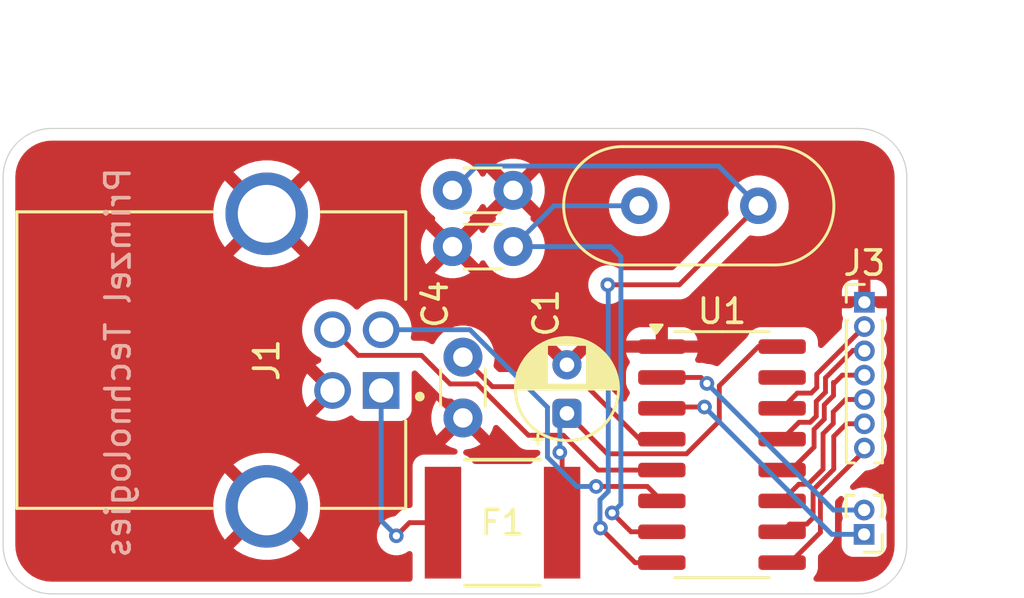
<source format=kicad_pcb>
(kicad_pcb (version 20241229) (generator "pcbnew") (generator_version "9.0")
  (title_block (title "CH340G Interface") (date "2025-09-30") (rev "0.0.0") (company "Primzel Technologies"))
  (layers (0 "F.Cu" signal) (2 "B.Cu" signal) (13 "F.Paste" user) (15 "B.Paste" user) (5 "F.SilkS" user "F.Silkscreen") (7 "B.SilkS" user "B.Silkscreen") (1 "F.Mask" user) (3 "B.Mask" user) (25 "Edge.Cuts" user))
  (net 0 "")
  (net 1 "GND")
  (net 2 "+5V")
  (net 3 "Net-(U1-XI)")
  (net 4 "Net-(U1-XO)")
  (net 5 "Net-(U1-V3)")
  (net 6 "Net-(J1-VCC)")
  (net 7 "/D+")
  (net 8 "/D-")
  (net 9 "Net-(J2-Pin_2)")
  (net 10 "Net-(J2-Pin_1)")
  (net 11 "Net-(J3-Pin_7)")
  (net 12 "Net-(J3-Pin_6)")
  (net 13 "Net-(J3-Pin_3)")
  (net 14 "Net-(J3-Pin_2)")
  (net 15 "Net-(J3-Pin_4)")
  (net 16 "Net-(J3-Pin_5)")
  (footprint "Connector_PinHeader_1.00mm:PinHeader_1x07_P1.00mm_Vertical" (layer "F.Cu") (at 105.24 75.09)
    (property "Reference" "J3" (at 0 -1.61 0) (layer "F.SilkS"))
    (property "Value" "Conn_01x07_Pin" (hide yes))
    (fp_line (start -0.745 -0.735) (end 0 -0.735) (stroke (width 0.12)) (layer "F.SilkS"))
    (fp_line (start -0.745 0) (end -0.745 -0.735) (stroke (width 0.12)) (layer "F.SilkS"))
    (fp_line (start -0.745 0.735) (end -0.745 6.61) (stroke (width 0.12)) (layer "F.SilkS"))
    (fp_line (start -0.745 0.735) (end -0.685565 0.735) (stroke (width 0.12)) (layer "F.SilkS"))
    (fp_line (start -0.745 6.61) (end -0.41003 6.61) (stroke (width 0.12)) (layer "F.SilkS"))
    (fp_line (start 0.41003 6.61) (end 0.745 6.61) (stroke (width 0.12)) (layer "F.SilkS"))
    (fp_line (start 0.685565 0.735) (end 0.745 0.735) (stroke (width 0.12)) (layer "F.SilkS"))
    (fp_line (start 0.745 0.735) (end 0.745 6.61) (stroke (width 0.12)) (layer "F.SilkS"))
    (pad "1" thru_hole rect (at 0 0) (size 0.85 0.85) (drill 0.5) (layers "*.Cu" "*.Mask") (net 1 "GND"))
    (pad "2" thru_hole circle (at 0 1) (size 0.85 0.85) (drill 0.5) (layers "*.Cu" "*.Mask") (net 14 "Net-(J3-Pin_2)"))
    (pad "3" thru_hole circle (at 0 2) (size 0.85 0.85) (drill 0.5) (layers "*.Cu" "*.Mask") (net 13 "Net-(J3-Pin_3)"))
    (pad "4" thru_hole circle (at 0 3) (size 0.85 0.85) (drill 0.5) (layers "*.Cu" "*.Mask") (net 15 "Net-(J3-Pin_4)"))
    (pad "5" thru_hole circle (at 0 4) (size 0.85 0.85) (drill 0.5) (layers "*.Cu" "*.Mask") (net 16 "Net-(J3-Pin_5)"))
    (pad "6" thru_hole circle (at 0 5) (size 0.85 0.85) (drill 0.5) (layers "*.Cu" "*.Mask") (net 12 "Net-(J3-Pin_6)"))
    (pad "7" thru_hole circle (at 0 6) (size 0.85 0.85) (drill 0.5) (layers "*.Cu" "*.Mask") (net 11 "Net-(J3-Pin_7)"))
  )
  (footprint "Connector_PinHeader_1.00mm:PinHeader_1x02_P1.00mm_Vertical" (layer "F.Cu") (at 105.23 84.64 180)
    (property "Reference" "J2" (hide yes))
    (property "Value" "Conn_01x02_Pin" (hide yes))
    (fp_line (start 0.745 0.735) (end 0.745 1.61) (stroke (width 0.12)) (layer "F.SilkS"))
    (fp_line (start 0.685565 0.735) (end 0.745 0.735) (stroke (width 0.12)) (layer "F.SilkS"))
    (fp_line (start 0.41003 1.61) (end 0.745 1.61) (stroke (width 0.12)) (layer "F.SilkS"))
    (fp_line (start -0.745 1.61) (end -0.41003 1.61) (stroke (width 0.12)) (layer "F.SilkS"))
    (fp_line (start -0.745 0.735) (end -0.685565 0.735) (stroke (width 0.12)) (layer "F.SilkS"))
    (fp_line (start -0.745 0.735) (end -0.745 1.61) (stroke (width 0.12)) (layer "F.SilkS"))
    (fp_line (start -0.745 0) (end -0.745 -0.735) (stroke (width 0.12)) (layer "F.SilkS"))
    (fp_line (start -0.745 -0.735) (end 0 -0.735) (stroke (width 0.12)) (layer "F.SilkS"))
    (pad "1" thru_hole rect (at 0 0 180) (size 0.85 0.85) (drill 0.5) (layers "*.Cu" "*.Mask") (net 10 "Net-(J2-Pin_1)"))
    (pad "2" thru_hole circle (at 0 1 180) (size 0.85 0.85) (drill 0.5) (layers "*.Cu" "*.Mask") (net 9 "Net-(J2-Pin_2)"))
  )
  (footprint "Package_SO:SOIC-16_3.9x9.9mm_P1.27mm" (layer "F.Cu") (at 99.38 81.36)
    (property "Reference" "U1" (at 0 -5.9 0) (layer "F.SilkS"))
    (property "Value" "CH340G" (hide yes))
    (fp_line (start 0 -5.06) (end -1.95 -5.06) (stroke (width 0.12)) (layer "F.SilkS"))
    (fp_line (start 0 -5.06) (end 1.95 -5.06) (stroke (width 0.12)) (layer "F.SilkS"))
    (fp_line (start 0 5.06) (end -1.95 5.06) (stroke (width 0.12)) (layer "F.SilkS"))
    (fp_line (start 0 5.06) (end 1.95 5.06) (stroke (width 0.12)) (layer "F.SilkS"))
    (fp_poly (pts (xy -2.7 -5.005) (xy -2.94 -5.335) (xy -2.46 -5.335)) (stroke (width 0.12)) (fill yes) (layer "F.SilkS"))
    (pad "1" smd roundrect (at -2.475 -4.445) (size 1.95 0.6) (layers "F.Cu" "F.Mask" "F.Paste") (net 1 "GND"))
    (pad "2" smd roundrect (at -2.475 -3.175) (size 1.95 0.6) (layers "F.Cu" "F.Mask" "F.Paste") (net 9 "Net-(J2-Pin_2)"))
    (pad "3" smd roundrect (at -2.475 -1.905) (size 1.95 0.6) (layers "F.Cu" "F.Mask" "F.Paste") (net 10 "Net-(J2-Pin_1)"))
    (pad "4" smd roundrect (at -2.475 -0.635) (size 1.95 0.6) (layers "F.Cu" "F.Mask" "F.Paste") (net 5 "Net-(U1-V3)"))
    (pad "5" smd roundrect (at -2.475 0.635) (size 1.95 0.6) (layers "F.Cu" "F.Mask" "F.Paste") (net 7 "/D+"))
    (pad "6" smd roundrect (at -2.475 1.905) (size 1.95 0.6) (layers "F.Cu" "F.Mask" "F.Paste") (net 8 "/D-"))
    (pad "7" smd roundrect (at -2.475 3.175) (size 1.95 0.6) (layers "F.Cu" "F.Mask" "F.Paste") (net 3 "Net-(U1-XI)"))
    (pad "8" smd roundrect (at -2.475 4.445) (size 1.95 0.6) (layers "F.Cu" "F.Mask" "F.Paste") (net 4 "Net-(U1-XO)"))
    (pad "9" smd roundrect (at 2.475 4.445) (size 1.95 0.6) (layers "F.Cu" "F.Mask" "F.Paste") (net 11 "Net-(J3-Pin_7)"))
    (pad "10" smd roundrect (at 2.475 3.175) (size 1.95 0.6) (layers "F.Cu" "F.Mask" "F.Paste") (net 12 "Net-(J3-Pin_6)"))
    (pad "11" smd roundrect (at 2.475 1.905) (size 1.95 0.6) (layers "F.Cu" "F.Mask" "F.Paste") (net 16 "Net-(J3-Pin_5)"))
    (pad "12" smd roundrect (at 2.475 0.635) (size 1.95 0.6) (layers "F.Cu" "F.Mask" "F.Paste") (net 15 "Net-(J3-Pin_4)"))
    (pad "13" smd roundrect (at 2.475 -0.635) (size 1.95 0.6) (layers "F.Cu" "F.Mask" "F.Paste") (net 13 "Net-(J3-Pin_3)"))
    (pad "14" smd roundrect (at 2.475 -1.905) (size 1.95 0.6) (layers "F.Cu" "F.Mask" "F.Paste") (net 14 "Net-(J3-Pin_2)"))
    (pad "15" smd roundrect (at 2.475 -3.175) (size 1.95 0.6) (layers "F.Cu" "F.Mask" "F.Paste"))
    (pad "16" smd roundrect (at 2.475 -4.445) (size 1.95 0.6) (layers "F.Cu" "F.Mask" "F.Paste") (net 2 "+5V"))
  )
  (footprint "Capacitor_THT:C_Disc_D3.0mm_W1.6mm_P2.50mm" (layer "F.Cu") (at 90.785 70.485 180)
    (property "Reference" "C3" (hide yes))
    (property "Value" "22p" (hide yes))
    (fp_line (start 2.015 0.92) (end 0.485 0.92) (stroke (width 0.12)) (layer "F.SilkS"))
    (fp_line (start 0.485 -0.92) (end 2.015 -0.92) (stroke (width 0.12)) (layer "F.SilkS"))
    (pad "1" thru_hole circle (at 0 0 180) (size 1.6 1.6) (drill 0.8) (layers "*.Cu" "*.Mask") (net 1 "GND"))
    (pad "2" thru_hole circle (at 2.5 0 180) (size 1.6 1.6) (drill 0.8) (layers "*.Cu" "*.Mask") (net 4 "Net-(U1-XO)"))
  )
  (footprint "61729-1011BLF:AMPHENOL_61729-1011BLF" (layer "F.Cu") (at 80.645 77.47 -90)
    (property "Reference" "J1" (at 0 0 90) (layer "F.SilkS"))
    (property "Value" "61729-1011BLF" (hide yes))
    (fp_line (start -6.1 10.28) (end 6.1 10.28) (stroke (width 0.127)) (layer "F.SilkS"))
    (fp_line (start 6.1 10.28) (end 6.1 2.25) (stroke (width 0.127)) (layer "F.SilkS"))
    (fp_line (start -6.1 2.25) (end -6.1 10.28) (stroke (width 0.127)) (layer "F.SilkS"))
    (fp_line (start 6.1 -2.25) (end 6.1 -5.72) (stroke (width 0.127)) (layer "F.SilkS"))
    (fp_line (start -6.1 -5.72) (end -6.1 -2.25) (stroke (width 0.127)) (layer "F.SilkS"))
    (fp_line (start -6.1 -5.72) (end -2.5 -5.72) (stroke (width 0.127)) (layer "F.SilkS"))
    (fp_line (start 2.5 -5.72) (end 6.1 -5.72) (stroke (width 0.127)) (layer "F.SilkS"))
    (fp_circle (center 1.5 -6.3) (end 1.6 -6.3) (stroke (width 0.2)) (fill no) (layer "F.SilkS"))
    (pad "1" thru_hole rect (at 1.25 -4.71 270) (size 1.508 1.508) (drill 1) (layers "*.Cu" "*.Mask") (net 6 "Net-(J1-VCC)"))
    (pad "2" thru_hole circle (at -1.25 -4.71 270) (size 1.508 1.508) (drill 1) (layers "*.Cu" "*.Mask") (net 8 "/D-"))
    (pad "3" thru_hole circle (at -1.25 -2.71 270) (size 1.508 1.508) (drill 1) (layers "*.Cu" "*.Mask") (net 7 "/D+"))
    (pad "4" thru_hole circle (at 1.25 -2.71 270) (size 1.508 1.508) (drill 1) (layers "*.Cu" "*.Mask") (net 1 "GND"))
    (pad "S1" thru_hole circle (at -6.02 0 270) (size 3.396 3.396) (drill 2.38) (layers "*.Cu" "*.Mask") (net 1 "GND"))
    (pad "S2" thru_hole circle (at 6.02 0 270) (size 3.396 3.396) (drill 2.38) (layers "*.Cu" "*.Mask") (net 1 "GND"))
  )
  (footprint "Capacitor_THT:C_Disc_D3.0mm_W1.6mm_P2.50mm" (layer "F.Cu") (at 90.79 72.8 180)
    (property "Reference" "C2" (hide yes))
    (property "Value" "22p" (hide yes))
    (fp_line (start 2.015 0.92) (end 0.485 0.92) (stroke (width 0.12)) (layer "F.SilkS"))
    (fp_line (start 0.485 -0.92) (end 2.015 -0.92) (stroke (width 0.12)) (layer "F.SilkS"))
    (pad "1" thru_hole circle (at 0 0 180) (size 1.6 1.6) (drill 0.8) (layers "*.Cu" "*.Mask") (net 3 "Net-(U1-XI)"))
    (pad "2" thru_hole circle (at 2.5 0 180) (size 1.6 1.6) (drill 0.8) (layers "*.Cu" "*.Mask") (net 1 "GND"))
  )
  (footprint "FUSE_SMDF050-2:FUSE_SMDF050-2" (layer "F.Cu") (at 90.35 84.16)
    (property "Reference" "F1" (at 0 0 0) (layer "F.SilkS"))
    (property "Value" "MF-SMDF050-2" (hide yes))
    (fp_line (start -1.542447 2.5908) (end 1.542447 2.5908) (stroke (width 0.1524)) (layer "F.SilkS"))
    (fp_line (start 1.542447 -2.5908) (end -1.542447 -2.5908) (stroke (width 0.1524)) (layer "F.SilkS"))
    (pad "1" smd rect (at -2.4511 0) (size 1.4986 4.5974) (layers "F.Cu" "F.Mask" "F.Paste") (net 6 "Net-(J1-VCC)"))
    (pad "2" smd rect (at 2.4511 0) (size 1.4986 4.5974) (layers "F.Cu" "F.Mask" "F.Paste") (net 2 "+5V"))
    (zone (net 0) (net_name "") (layer "F.Cu") (connect_pads (clearance 0)) (min_thickness 0.254)
      (keepout (tracks not_allowed) (vias not_allowed) (pads allowed) (copperpour not_allowed) (footprints allowed))
      (fill (thermal_gap 0.508) (thermal_bridge_width 0.508))
      (polygon (pts (xy 88.699 81.747) (xy 92.001 81.747) (xy 92.001 86.573) (xy 88.699 86.573)))
    )
  )
  (footprint "Capacitor_THT:C_Disc_D3.0mm_W1.6mm_P2.50mm" (layer "F.Cu") (at 88.72 77.35 -90)
    (property "Reference" "C4" (at -2.18 1.14 90) (layer "F.SilkS"))
    (property "Value" "10n" (hide yes))
    (fp_line (start 2.015 0.92) (end 0.485 0.92) (stroke (width 0.12)) (layer "F.SilkS"))
    (fp_line (start 0.485 -0.92) (end 2.015 -0.92) (stroke (width 0.12)) (layer "F.SilkS"))
    (pad "1" thru_hole circle (at 0 0 270) (size 1.6 1.6) (drill 0.8) (layers "*.Cu" "*.Mask") (net 5 "Net-(U1-V3)"))
    (pad "2" thru_hole circle (at 2.5 0 270) (size 1.6 1.6) (drill 0.8) (layers "*.Cu" "*.Mask") (net 1 "GND"))
  )
  (footprint "Capacitor_THT:CP_Radial_D4.0mm_P2.00mm" (layer "F.Cu") (at 93 79.6626 90)
    (property "Reference" "C1" (at 4.1326 -0.86 90) (layer "F.SilkS"))
    (property "Value" "10u" (hide yes))
    (fp_line (start 1.04 -2.08) (end 1.04 2.08) (stroke (width 0.12)) (layer "F.SilkS"))
    (fp_line (start 1 -2.08) (end 1 2.08) (stroke (width 0.12)) (layer "F.SilkS"))
    (fp_line (start 1.08 -2.078) (end 1.08 2.078) (stroke (width 0.12)) (layer "F.SilkS"))
    (fp_line (start 1.12 -2.077) (end 1.12 2.077) (stroke (width 0.12)) (layer "F.SilkS"))
    (fp_line (start 1.16 -2.074) (end 1.16 2.074) (stroke (width 0.12)) (layer "F.SilkS"))
    (fp_line (start 1.2 -2.071) (end 1.2 -0.84) (stroke (width 0.12)) (layer "F.SilkS"))
    (fp_line (start 1.24 -2.066) (end 1.24 -0.84) (stroke (width 0.12)) (layer "F.SilkS"))
    (fp_line (start 1.28 -2.061) (end 1.28 -0.84) (stroke (width 0.12)) (layer "F.SilkS"))
    (fp_line (start 1.32 -2.056) (end 1.32 -0.84) (stroke (width 0.12)) (layer "F.SilkS"))
    (fp_line (start 1.36 -2.049) (end 1.36 -0.84) (stroke (width 0.12)) (layer "F.SilkS"))
    (fp_line (start 1.4 -2.042) (end 1.4 -0.84) (stroke (width 0.12)) (layer "F.SilkS"))
    (fp_line (start 1.44 -2.034) (end 1.44 -0.84) (stroke (width 0.12)) (layer "F.SilkS"))
    (fp_line (start 1.48 -2.025) (end 1.48 -0.84) (stroke (width 0.12)) (layer "F.SilkS"))
    (fp_line (start 1.52 -2.015) (end 1.52 -0.84) (stroke (width 0.12)) (layer "F.SilkS"))
    (fp_line (start 1.56 -2.005) (end 1.56 -0.84) (stroke (width 0.12)) (layer "F.SilkS"))
    (fp_line (start 1.6 -1.993) (end 1.6 -0.84) (stroke (width 0.12)) (layer "F.SilkS"))
    (fp_line (start 1.64 -1.981) (end 1.64 -0.84) (stroke (width 0.12)) (layer "F.SilkS"))
    (fp_line (start 1.68 -1.968) (end 1.68 -0.84) (stroke (width 0.12)) (layer "F.SilkS"))
    (fp_line (start 1.72 -1.954) (end 1.72 -0.84) (stroke (width 0.12)) (layer "F.SilkS"))
    (fp_line (start 1.76 -1.939) (end 1.76 -0.84) (stroke (width 0.12)) (layer "F.SilkS"))
    (fp_line (start 1.8 -1.923) (end 1.8 -0.84) (stroke (width 0.12)) (layer "F.SilkS"))
    (fp_line (start 1.84 -1.906) (end 1.84 -0.84) (stroke (width 0.12)) (layer "F.SilkS"))
    (fp_line (start 1.88 -1.889) (end 1.88 -0.84) (stroke (width 0.12)) (layer "F.SilkS"))
    (fp_line (start 1.92 -1.87) (end 1.92 -0.84) (stroke (width 0.12)) (layer "F.SilkS"))
    (fp_line (start 1.96 -1.85) (end 1.96 -0.84) (stroke (width 0.12)) (layer "F.SilkS"))
    (fp_line (start 2 -1.829) (end 2 -0.84) (stroke (width 0.12)) (layer "F.SilkS"))
    (fp_line (start 2.04 -1.807) (end 2.04 -0.84) (stroke (width 0.12)) (layer "F.SilkS"))
    (fp_line (start 2.08 -1.784) (end 2.08 -0.84) (stroke (width 0.12)) (layer "F.SilkS"))
    (fp_line (start 2.12 -1.76) (end 2.12 -0.84) (stroke (width 0.12)) (layer "F.SilkS"))
    (fp_line (start 2.16 -1.734) (end 2.16 -0.84) (stroke (width 0.12)) (layer "F.SilkS"))
    (fp_line (start 2.2 -1.708) (end 2.2 -0.84) (stroke (width 0.12)) (layer "F.SilkS"))
    (fp_line (start 2.24 -1.68) (end 2.24 -0.84) (stroke (width 0.12)) (layer "F.SilkS"))
    (fp_line (start 2.28 -1.65) (end 2.28 -0.84) (stroke (width 0.12)) (layer "F.SilkS"))
    (fp_line (start 2.32 -1.619) (end 2.32 -0.84) (stroke (width 0.12)) (layer "F.SilkS"))
    (fp_line (start 2.36 -1.586) (end 2.36 -0.84) (stroke (width 0.12)) (layer "F.SilkS"))
    (fp_line (start 2.4 -1.552) (end 2.4 -0.84) (stroke (width 0.12)) (layer "F.SilkS"))
    (fp_line (start 2.44 -1.516) (end 2.44 -0.84) (stroke (width 0.12)) (layer "F.SilkS"))
    (fp_line (start 2.48 -1.478) (end 2.48 -0.84) (stroke (width 0.12)) (layer "F.SilkS"))
    (fp_line (start 2.52 -1.438) (end 2.52 -0.84) (stroke (width 0.12)) (layer "F.SilkS"))
    (fp_line (start 2.56 -1.396) (end 2.56 -0.84) (stroke (width 0.12)) (layer "F.SilkS"))
    (fp_line (start -1.069801 -1.395) (end -1.069801 -0.995) (stroke (width 0.12)) (layer "F.SilkS"))
    (fp_line (start 2.6 -1.351) (end 2.6 -0.84) (stroke (width 0.12)) (layer "F.SilkS"))
    (fp_line (start 2.64 -1.303) (end 2.64 -0.84) (stroke (width 0.12)) (layer "F.SilkS"))
    (fp_line (start 2.68 -1.253) (end 2.68 -0.84) (stroke (width 0.12)) (layer "F.SilkS"))
    (fp_line (start 2.72 -1.199) (end 2.72 -0.84) (stroke (width 0.12)) (layer "F.SilkS"))
    (fp_line (start -1.269801 -1.195) (end -0.869801 -1.195) (stroke (width 0.12)) (layer "F.SilkS"))
    (fp_line (start 2.76 -1.142) (end 2.76 -0.84) (stroke (width 0.12)) (layer "F.SilkS"))
    (fp_line (start 2.8 -1.08) (end 2.8 -0.84) (stroke (width 0.12)) (layer "F.SilkS"))
    (fp_line (start 2.84 -1.013) (end 2.84 1.013) (stroke (width 0.12)) (layer "F.SilkS"))
    (fp_line (start 2.88 -0.94) (end 2.88 0.94) (stroke (width 0.12)) (layer "F.SilkS"))
    (fp_line (start 2.92 -0.859) (end 2.92 0.859) (stroke (width 0.12)) (layer "F.SilkS"))
    (fp_line (start 2.96 -0.768) (end 2.96 0.768) (stroke (width 0.12)) (layer "F.SilkS"))
    (fp_line (start 3 -0.663) (end 3 0.663) (stroke (width 0.12)) (layer "F.SilkS"))
    (fp_line (start 3.04 -0.537) (end 3.04 0.537) (stroke (width 0.12)) (layer "F.SilkS"))
    (fp_line (start 3.08 -0.37) (end 3.08 0.37) (stroke (width 0.12)) (layer "F.SilkS"))
    (fp_line (start 2.8 0.84) (end 2.8 1.08) (stroke (width 0.12)) (layer "F.SilkS"))
    (fp_line (start 2.76 0.84) (end 2.76 1.142) (stroke (width 0.12)) (layer "F.SilkS"))
    (fp_line (start 2.72 0.84) (end 2.72 1.199) (stroke (width 0.12)) (layer "F.SilkS"))
    (fp_line (start 2.68 0.84) (end 2.68 1.253) (stroke (width 0.12)) (layer "F.SilkS"))
    (fp_line (start 2.64 0.84) (end 2.64 1.303) (stroke (width 0.12)) (layer "F.SilkS"))
    (fp_line (start 2.6 0.84) (end 2.6 1.351) (stroke (width 0.12)) (layer "F.SilkS"))
    (fp_line (start 2.56 0.84) (end 2.56 1.396) (stroke (width 0.12)) (layer "F.SilkS"))
    (fp_line (start 2.52 0.84) (end 2.52 1.438) (stroke (width 0.12)) (layer "F.SilkS"))
    (fp_line (start 2.48 0.84) (end 2.48 1.478) (stroke (width 0.12)) (layer "F.SilkS"))
    (fp_line (start 2.44 0.84) (end 2.44 1.516) (stroke (width 0.12)) (layer "F.SilkS"))
    (fp_line (start 2.4 0.84) (end 2.4 1.552) (stroke (width 0.12)) (layer "F.SilkS"))
    (fp_line (start 2.36 0.84) (end 2.36 1.586) (stroke (width 0.12)) (layer "F.SilkS"))
    (fp_line (start 2.32 0.84) (end 2.32 1.619) (stroke (width 0.12)) (layer "F.SilkS"))
    (fp_line (start 2.28 0.84) (end 2.28 1.65) (stroke (width 0.12)) (layer "F.SilkS"))
    (fp_line (start 2.24 0.84) (end 2.24 1.68) (stroke (width 0.12)) (layer "F.SilkS"))
    (fp_line (start 2.2 0.84) (end 2.2 1.708) (stroke (width 0.12)) (layer "F.SilkS"))
    (fp_line (start 2.16 0.84) (end 2.16 1.734) (stroke (width 0.12)) (layer "F.SilkS"))
    (fp_line (start 2.12 0.84) (end 2.12 1.76) (stroke (width 0.12)) (layer "F.SilkS"))
    (fp_line (start 2.08 0.84) (end 2.08 1.784) (stroke (width 0.12)) (layer "F.SilkS"))
    (fp_line (start 2.04 0.84) (end 2.04 1.807) (stroke (width 0.12)) (layer "F.SilkS"))
    (fp_line (start 2 0.84) (end 2 1.829) (stroke (width 0.12)) (layer "F.SilkS"))
    (fp_line (start 1.96 0.84) (end 1.96 1.85) (stroke (width 0.12)) (layer "F.SilkS"))
    (fp_line (start 1.92 0.84) (end 1.92 1.87) (stroke (width 0.12)) (layer "F.SilkS"))
    (fp_line (start 1.88 0.84) (end 1.88 1.889) (stroke (width 0.12)) (layer "F.SilkS"))
    (fp_line (start 1.84 0.84) (end 1.84 1.906) (stroke (width 0.12)) (layer "F.SilkS"))
    (fp_line (start 1.8 0.84) (end 1.8 1.923) (stroke (width 0.12)) (layer "F.SilkS"))
    (fp_line (start 1.76 0.84) (end 1.76 1.939) (stroke (width 0.12)) (layer "F.SilkS"))
    (fp_line (start 1.72 0.84) (end 1.72 1.954) (stroke (width 0.12)) (layer "F.SilkS"))
    (fp_line (start 1.68 0.84) (end 1.68 1.968) (stroke (width 0.12)) (layer "F.SilkS"))
    (fp_line (start 1.64 0.84) (end 1.64 1.981) (stroke (width 0.12)) (layer "F.SilkS"))
    (fp_line (start 1.6 0.84) (end 1.6 1.993) (stroke (width 0.12)) (layer "F.SilkS"))
    (fp_line (start 1.56 0.84) (end 1.56 2.005) (stroke (width 0.12)) (layer "F.SilkS"))
    (fp_line (start 1.52 0.84) (end 1.52 2.015) (stroke (width 0.12)) (layer "F.SilkS"))
    (fp_line (start 1.48 0.84) (end 1.48 2.025) (stroke (width 0.12)) (layer "F.SilkS"))
    (fp_line (start 1.44 0.84) (end 1.44 2.034) (stroke (width 0.12)) (layer "F.SilkS"))
    (fp_line (start 1.4 0.84) (end 1.4 2.042) (stroke (width 0.12)) (layer "F.SilkS"))
    (fp_line (start 1.36 0.84) (end 1.36 2.049) (stroke (width 0.12)) (layer "F.SilkS"))
    (fp_line (start 1.32 0.84) (end 1.32 2.056) (stroke (width 0.12)) (layer "F.SilkS"))
    (fp_line (start 1.28 0.84) (end 1.28 2.061) (stroke (width 0.12)) (layer "F.SilkS"))
    (fp_line (start 1.24 0.84) (end 1.24 2.066) (stroke (width 0.12)) (layer "F.SilkS"))
    (fp_line (start 1.2 0.84) (end 1.2 2.071) (stroke (width 0.12)) (layer "F.SilkS"))
    (fp_circle (center 1 0) (end 3.12 0) (stroke (width 0.12)) (fill no) (layer "F.SilkS"))
    (pad "1" thru_hole roundrect (at 0 0 90) (size 1.2 1.2) (drill 0.6) (layers "*.Cu" "*.Mask") (roundrect_rratio 0.208333) (net 2 "+5V"))
    (pad "2" thru_hole circle (at 2 0 90) (size 1.2 1.2) (drill 0.6) (layers "*.Cu" "*.Mask") (net 1 "GND"))
  )
  (footprint "Crystal:Crystal_HC18-U_Vertical" (layer "F.Cu") (at 95.975 71.12)
    (property "Reference" "Y1" (hide yes))
    (property "Value" "12Mhz" (hide yes))
    (fp_line (start -0.675 -2.435) (end 5.575 -2.435) (stroke (width 0.12)) (layer "F.SilkS"))
    (fp_line (start 5.575 2.435) (end -0.675 2.435) (stroke (width 0.12)) (layer "F.SilkS"))
    (fp_arc (start -0.675 2.435) (mid -3.11 0) (end -0.675 -2.435) (stroke (width 0.12)) (layer "F.SilkS"))
    (fp_arc (start 5.575 -2.435) (mid 8.01 0) (end 5.575 2.435) (stroke (width 0.12)) (layer "F.SilkS"))
    (pad "1" thru_hole circle (at 0 0) (size 1.5 1.5) (drill 0.8) (layers "*.Cu" "*.Mask") (net 3 "Net-(U1-XI)"))
    (pad "2" thru_hole circle (at 4.9 0) (size 1.5 1.5) (drill 0.8) (layers "*.Cu" "*.Mask") (net 4 "Net-(U1-XO)"))
  )
  (gr_arc (start 71.7992 87.09) (mid 70.384986 86.504214) (end 69.7992 85.09) (stroke (width 0.05)) (layer "Edge.Cuts"))
  (gr_line (start 69.7992 85.09) (end 69.7992 69.9384) (stroke (width 0.05)) (layer "Edge.Cuts"))
  (gr_line (start 104.9848 87.09) (end 71.7992 87.09) (stroke (width 0.05)) (layer "Edge.Cuts"))
  (gr_line (start 71.7992 67.9384) (end 104.9848 67.9384) (stroke (width 0.05)) (layer "Edge.Cuts"))
  (gr_line (start 106.9848 69.9384) (end 106.9848 85.09) (stroke (width 0.05)) (layer "Edge.Cuts"))
  (gr_arc (start 106.9848 85.09) (mid 106.399014 86.504214) (end 104.9848 87.09) (stroke (width 0.05)) (layer "Edge.Cuts"))
  (gr_arc (start 104.9848 67.9384) (mid 106.399014 68.524186) (end 106.9848 69.9384) (stroke (width 0.05)) (layer "Edge.Cuts"))
  (gr_arc (start 69.7992 69.9384) (mid 70.384986 68.524186) (end 71.7992 67.9384) (stroke (width 0.05)) (layer "Edge.Cuts"))
  (gr_text "Primzel Technologies" (at 75.11 69.45 90) (layer "B.SilkS") (effects (font (size 1 1)) (justify left bottom mirror)))
  (segment (start 90.605 70.485) (end 90.785 70.485) (width 0.2) (layer "F.Cu") (net 1))
  (segment (start 100.880001 76.915) (end 99.27 78.525001) (width 0.2) (layer "F.Cu") (net 2))
  (segment (start 97.920968 81.326) (end 94.6634 81.326) (width 0.2) (layer "F.Cu") (net 2))
  (segment (start 101.855 76.915) (end 100.880001 76.915) (width 0.2) (layer "F.Cu") (net 2))
  (segment (start 92.8011 84.16) (end 92.8011 81.35853) (width 0.2) (layer "F.Cu") (net 2))
  (segment (start 94.6634 81.326) (end 93 79.6626) (width 0.2) (layer "F.Cu") (net 2))
  (segment (start 92.8011 81.35853) (end 92.708085 81.265515) (width 0.2) (layer "F.Cu") (net 2))
  (segment (start 99.27 79.976968) (end 97.920968 81.326) (width 0.2) (layer "F.Cu") (net 2))
  (segment (start 99.27 78.525001) (end 99.27 79.976968) (width 0.2) (layer "F.Cu") (net 2))
  (via (at 92.708085 81.265515) (size 0.6) (drill 0.3) (layers "F.Cu" "B.Cu") (net 2))
  (segment (start 92.708085 81.265515) (end 92.708085 79.954515) (width 0.2) (layer "B.Cu") (net 2))
  (segment (start 92.708085 79.954515) (end 93 79.6626) (width 0.2) (layer "B.Cu") (net 2))
  (segment (start 95.635 84.535) (end 96.905 84.535) (width 0.2) (layer "F.Cu") (net 3))
  (segment (start 90.785 72.795) (end 90.79 72.8) (width 0.2) (layer "F.Cu") (net 3))
  (segment (start 94.86 83.76) (end 95.635 84.535) (width 0.2) (layer "F.Cu") (net 3))
  (via (at 94.86 83.76) (size 0.6) (drill 0.3) (layers "F.Cu" "B.Cu") (net 3))
  (segment (start 95.975 71.12) (end 92.47 71.12) (width 0.2) (layer "B.Cu") (net 3))
  (segment (start 95.22 73.22) (end 95.22 83.4) (width 0.2) (layer "B.Cu") (net 3))
  (segment (start 94.8 72.8) (end 95.22 73.22) (width 0.2) (layer "B.Cu") (net 3))
  (segment (start 90.79 72.8) (end 94.8 72.8) (width 0.2) (layer "B.Cu") (net 3))
  (segment (start 95.22 83.4) (end 94.86 83.76) (width 0.2) (layer "B.Cu") (net 3))
  (segment (start 92.47 71.12) (end 90.79 72.8) (width 0.2) (layer "B.Cu") (net 3))
  (segment (start 94.68 74.37) (end 97.625 74.37) (width 0.2) (layer "F.Cu") (net 4))
  (segment (start 96.905 85.805) (end 95.805 85.805) (width 0.2) (layer "F.Cu") (net 4))
  (segment (start 95.805 85.805) (end 94.38 84.38) (width 0.2) (layer "F.Cu") (net 4))
  (segment (start 88.63 70.14) (end 88.285 70.485) (width 0.2) (layer "F.Cu") (net 4))
  (segment (start 97.625 74.37) (end 100.875 71.12) (width 0.2) (layer "F.Cu") (net 4))
  (via (at 94.38 84.38) (size 0.6) (drill 0.3) (layers "F.Cu" "B.Cu") (net 4))
  (via (at 94.68 74.37) (size 0.6) (drill 0.3) (layers "F.Cu" "B.Cu") (net 4))
  (segment (start 94.701 74.391) (end 94.68 74.37) (width 0.2) (layer "B.Cu") (net 4))
  (segment (start 94.38 84.38) (end 94.359 84.359) (width 0.2) (layer "B.Cu") (net 4))
  (segment (start 94.701 82.877521) (end 94.701 74.391) (width 0.2) (layer "B.Cu") (net 4))
  (segment (start 99.239 69.484) (end 89.286 69.484) (width 0.2) (layer "B.Cu") (net 4))
  (segment (start 89.286 69.484) (end 88.285 70.485) (width 0.2) (layer "B.Cu") (net 4))
  (segment (start 94.359 83.219521) (end 94.701 82.877521) (width 0.2) (layer "B.Cu") (net 4))
  (segment (start 100.875 71.12) (end 99.239 69.484) (width 0.2) (layer "B.Cu") (net 4))
  (segment (start 94.359 84.359) (end 94.359 83.219521) (width 0.2) (layer "B.Cu") (net 4))
  (segment (start 95.988193 80.725) (end 93.826793 78.5636) (width 0.2) (layer "F.Cu") (net 5))
  (segment (start 93.826793 78.5636) (end 89.9336 78.5636) (width 0.2) (layer "F.Cu") (net 5))
  (segment (start 96.905 80.725) (end 95.988193 80.725) (width 0.2) (layer "F.Cu") (net 5))
  (segment (start 89.9336 78.5636) (end 88.72 77.35) (width 0.2) (layer "F.Cu") (net 5))
  (segment (start 85.98 84.7) (end 86.52 84.16) (width 0.2) (layer "F.Cu") (net 6))
  (segment (start 86.52 84.16) (end 87.8989 84.16) (width 0.2) (layer "F.Cu") (net 6))
  (via (at 85.98 84.7) (size 0.6) (drill 0.3) (layers "F.Cu" "B.Cu") (net 6))
  (segment (start 85.355 78.72) (end 85.355 84.075) (width 0.2) (layer "B.Cu") (net 6))
  (segment (start 85.355 84.075) (end 85.98 84.7) (width 0.2) (layer "B.Cu") (net 6))
  (segment (start 91.4136 80.5636) (end 89.301 78.451) (width 0.2) (layer "F.Cu") (net 7))
  (segment (start 87.015 77.275) (end 84.41 77.275) (width 0.2) (layer "F.Cu") (net 7))
  (segment (start 92.8547 80.5636) (end 91.4136 80.5636) (width 0.2) (layer "F.Cu") (net 7))
  (segment (start 84.41 77.275) (end 83.355 76.22) (width 0.2) (layer "F.Cu") (net 7))
  (segment (start 94.2861 81.995) (end 92.8547 80.5636) (width 0.2) (layer "F.Cu") (net 7))
  (segment (start 88.191 78.451) (end 87.015 77.275) (width 0.2) (layer "F.Cu") (net 7))
  (segment (start 96.905 81.995) (end 94.2861 81.995) (width 0.2) (layer "F.Cu") (net 7))
  (segment (start 89.301 78.451) (end 88.191 78.451) (width 0.2) (layer "F.Cu") (net 7))
  (segment (start 96.905 83.265) (end 96.31 82.67) (width 0.2) (layer "F.Cu") (net 8))
  (segment (start 96.31 82.67) (end 94.2 82.67) (width 0.2) (layer "F.Cu") (net 8))
  (via (at 94.2 82.67) (size 0.6) (drill 0.3) (layers "F.Cu" "B.Cu") (net 8))
  (segment (start 89.005628 76.22) (end 92.199 79.413372) (width 0.2) (layer "B.Cu") (net 8))
  (segment (start 92.199 79.413372) (end 92.199 81.464951) (width 0.2) (layer "B.Cu") (net 8))
  (segment (start 92.199 81.464951) (end 93.404049 82.67) (width 0.2) (layer "B.Cu") (net 8))
  (segment (start 93.404049 82.67) (end 94.2 82.67) (width 0.2) (layer "B.Cu") (net 8))
  (segment (start 85.355 76.22) (end 89.005628 76.22) (width 0.2) (layer "B.Cu") (net 8))
  (segment (start 98.515 78.185) (end 98.76 78.43) (width 0.2) (layer "F.Cu") (net 9))
  (segment (start 96.905 78.185) (end 98.515 78.185) (width 0.2) (layer "F.Cu") (net 9))
  (via (at 98.76 78.43) (size 0.6) (drill 0.3) (layers "F.Cu" "B.Cu") (net 9))
  (segment (start 103.97 83.64) (end 105.23 83.64) (width 0.2) (layer "B.Cu") (net 9))
  (segment (start 98.76 78.43) (end 103.97 83.64) (width 0.2) (layer "B.Cu") (net 9))
  (segment (start 96.96 79.4) (end 96.905 79.455) (width 0.2) (layer "F.Cu") (net 10))
  (segment (start 98.66 79.4) (end 96.96 79.4) (width 0.2) (layer "F.Cu") (net 10))
  (segment (start 97.698032 79.455) (end 96.905 79.455) (width 0.2) (layer "F.Cu") (net 10))
  (via (at 98.66 79.4) (size 0.6) (drill 0.3) (layers "F.Cu" "B.Cu") (net 10))
  (segment (start 105.23 84.64) (end 103.9 84.64) (width 0.2) (layer "B.Cu") (net 10))
  (segment (start 103.9 84.64) (end 98.66 79.4) (width 0.2) (layer "B.Cu") (net 10))
  (segment (start 102.185 85.805) (end 101.855 85.805) (width 0.2) (layer "F.Cu") (net 11))
  (segment (start 103.431 84.559) (end 102.185 85.805) (width 0.2) (layer "F.Cu") (net 11))
  (segment (start 103.431 83.01) (end 103.431 84.559) (width 0.2) (layer "F.Cu") (net 11))
  (segment (start 105.24 81.201) (end 103.431 83.01) (width 0.2) (layer "F.Cu") (net 11))
  (segment (start 105.24 81.09) (end 105.24 81.201) (width 0.2) (layer "F.Cu") (net 11))
  (segment (start 104.5 80.09) (end 103.98 80.61) (width 0.2) (layer "F.Cu") (net 12))
  (segment (start 103.13 82.81) (end 103.13 83.96) (width 0.2) (layer "F.Cu") (net 12))
  (segment (start 103.98 80.61) (end 103.98 81.96) (width 0.2) (layer "F.Cu") (net 12))
  (segment (start 102.87 84.22) (end 102.17 84.22) (width 0.2) (layer "F.Cu") (net 12))
  (segment (start 105.24 80.09) (end 104.5 80.09) (width 0.2) (layer "F.Cu") (net 12))
  (segment (start 103.98 81.96) (end 103.13 82.81) (width 0.2) (layer "F.Cu") (net 12))
  (segment (start 102.17 84.22) (end 101.855 84.535) (width 0.2) (layer "F.Cu") (net 12))
  (segment (start 103.13 83.96) (end 102.87 84.22) (width 0.2) (layer "F.Cu") (net 12))
  (segment (start 103.01 80.03) (end 103.26 79.78) (width 0.2) (layer "F.Cu") (net 13))
  (segment (start 103.26 79.17) (end 103.64 78.79) (width 0.2) (layer "F.Cu") (net 13))
  (segment (start 101.855 80.725) (end 102.55 80.03) (width 0.2) (layer "F.Cu") (net 13))
  (segment (start 105.22 77.07) (end 105.24 77.09) (width 0.2) (layer "F.Cu") (net 13))
  (segment (start 103.64 78.79) (end 103.64 78.2) (width 0.2) (layer "F.Cu") (net 13))
  (segment (start 102.55 80.03) (end 103.01 80.03) (width 0.2) (layer "F.Cu") (net 13))
  (segment (start 103.26 79.78) (end 103.26 79.17) (width 0.2) (layer "F.Cu") (net 13))
  (segment (start 103.64 78.2) (end 104.77 77.07) (width 0.2) (layer "F.Cu") (net 13))
  (segment (start 104.77 77.07) (end 105.22 77.07) (width 0.2) (layer "F.Cu") (net 13))
  (segment (start 103.28 78.6) (end 103.28 78.05) (width 0.2) (layer "F.Cu") (net 14))
  (segment (start 103.28 78.05) (end 105.24 76.09) (width 0.2) (layer "F.Cu") (net 14))
  (segment (start 103.05 78.83) (end 103.28 78.6) (width 0.2) (layer "F.Cu") (net 14))
  (segment (start 102.48 78.83) (end 103.05 78.83) (width 0.2) (layer "F.Cu") (net 14))
  (segment (start 101.855 79.455) (end 102.48 78.83) (width 0.2) (layer "F.Cu") (net 14))
  (segment (start 103.59 79.31) (end 103.97 78.93) (width 0.2) (layer "F.Cu") (net 15))
  (segment (start 103.17 80.32) (end 103.59 79.9) (width 0.2) (layer "F.Cu") (net 15))
  (segment (start 102.225 81.995) (end 103.17 81.05) (width 0.2) (layer "F.Cu") (net 15))
  (segment (start 103.97 78.93) (end 103.97 78.39) (width 0.2) (layer "F.Cu") (net 15))
  (segment (start 103.59 79.9) (end 103.59 79.31) (width 0.2) (layer "F.Cu") (net 15))
  (segment (start 104.33 78.09) (end 105.24 78.09) (width 0.2) (layer "F.Cu") (net 15))
  (segment (start 103.97 78.39) (end 104.03 78.39) (width 0.2) (layer "F.Cu") (net 15))
  (segment (start 103.17 81.05) (end 103.17 80.32) (width 0.2) (layer "F.Cu") (net 15))
  (segment (start 104.03 78.39) (end 104.33 78.09) (width 0.2) (layer "F.Cu") (net 15))
  (segment (start 101.855 81.995) (end 102.225 81.995) (width 0.2) (layer "F.Cu") (net 15))
  (segment (start 104.47 79.09) (end 103.96 79.6) (width 0.2) (layer "F.Cu") (net 16))
  (segment (start 103.54 81.96) (end 102.92 82.58) (width 0.2) (layer "F.Cu") (net 16))
  (segment (start 102.92 82.58) (end 102.54 82.58) (width 0.2) (layer "F.Cu") (net 16))
  (segment (start 105.24 79.09) (end 104.47 79.09) (width 0.2) (layer "F.Cu") (net 16))
  (segment (start 102.54 82.58) (end 101.855 83.265) (width 0.2) (layer "F.Cu") (net 16))
  (segment (start 103.96 79.6) (end 103.96 80.08) (width 0.2) (layer "F.Cu") (net 16))
  (segment (start 103.96 80.08) (end 103.54 80.5) (width 0.2) (layer "F.Cu") (net 16))
  (segment (start 103.54 80.5) (end 103.54 81.96) (width 0.2) (layer "F.Cu") (net 16))
  (zone (net 1) (net_name "GND") (layer "F.Cu") (connect_pads (clearance 0.5)) (min_thickness 0.25) (fill yes (thermal_gap 0.5) (thermal_bridge_width 0.5))
    (polygon (pts (xy 69.67 67.8) (xy 69.67 87.21) (xy 69.73 87.27) (xy 107.15 87.27) (xy 107.15 67.86) (xy 107.09 67.8)))
  )
)
</source>
